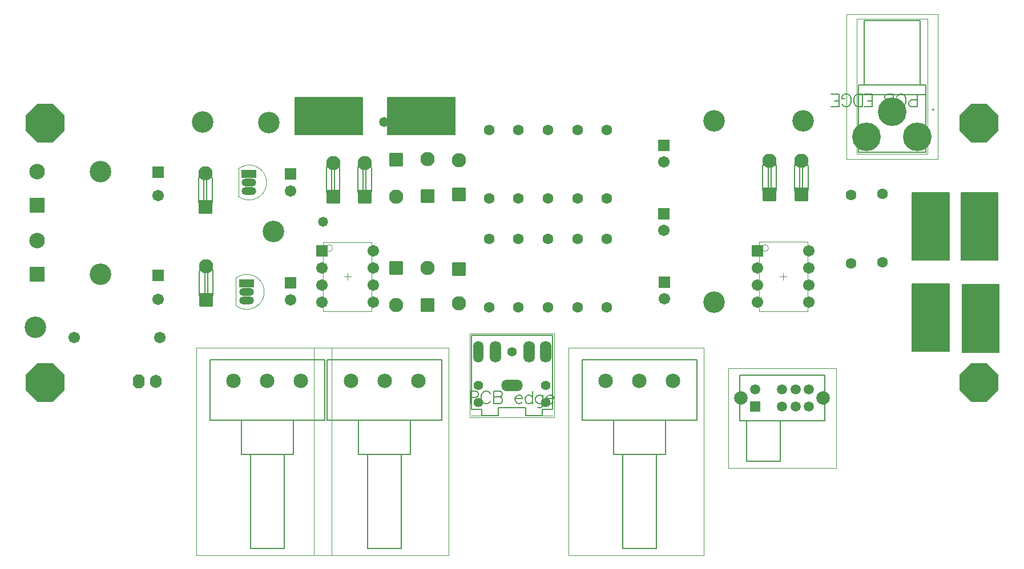
<source format=gbs>
G04*
G04 #@! TF.GenerationSoftware,Altium Limited,Altium Designer,18.0.7 (293)*
G04*
G04 Layer_Color=16711935*
%FSLAX25Y25*%
%MOIN*%
G70*
G01*
G75*
%ADD10C,0.00500*%
%ADD11C,0.00787*%
%ADD12C,0.00600*%
%ADD19C,0.00394*%
%ADD21C,0.00000*%
%ADD22C,0.00000*%
%ADD23C,0.00781*%
%ADD24C,0.00300*%
%ADD25C,0.00197*%
%ADD26R,0.05918X0.05918*%
%ADD27C,0.05918*%
%ADD28C,0.07887*%
%ADD29C,0.08300*%
G04:AMPARAMS|DCode=30|XSize=83mil|YSize=83mil|CornerRadius=13.38mil|HoleSize=0mil|Usage=FLASHONLY|Rotation=90.000|XOffset=0mil|YOffset=0mil|HoleType=Round|Shape=RoundedRectangle|*
%AMROUNDEDRECTD30*
21,1,0.08300,0.05625,0,0,90.0*
21,1,0.05625,0.08300,0,0,90.0*
1,1,0.02675,0.02813,0.02813*
1,1,0.02675,0.02813,-0.02813*
1,1,0.02675,-0.02813,-0.02813*
1,1,0.02675,-0.02813,0.02813*
%
%ADD30ROUNDEDRECTD30*%
%ADD31C,0.12611*%
%ADD32R,0.06706X0.06706*%
%ADD33C,0.06706*%
%ADD34C,0.08477*%
%ADD35C,0.06000*%
%ADD36R,0.06000X0.06000*%
%ADD37O,0.06800X0.07800*%
G04:AMPARAMS|DCode=38|XSize=68mil|YSize=78mil|CornerRadius=0mil|HoleSize=0mil|Usage=FLASHONLY|Rotation=180.000|XOffset=0mil|YOffset=0mil|HoleType=Round|Shape=Octagon|*
%AMOCTAGOND38*
4,1,8,0.01700,-0.03900,-0.01700,-0.03900,-0.03400,-0.02200,-0.03400,0.02200,-0.01700,0.03900,0.01700,0.03900,0.03400,0.02200,0.03400,-0.02200,0.01700,-0.03900,0.0*
%
%ADD38OCTAGOND38*%

%ADD39P,0.24304X8X22.5*%
%ADD40C,0.16702*%
%ADD41R,0.09068X0.09068*%
%ADD42C,0.09068*%
%ADD43R,0.08674X0.04737*%
%ADD44O,0.08674X0.04737*%
%ADD45C,0.06312*%
%ADD46R,0.06000X0.06000*%
%ADD47C,0.05524*%
%ADD48O,0.05950X0.12674*%
%ADD49O,0.06737X0.12674*%
%ADD50O,0.12674X0.06737*%
%ADD51R,0.06706X0.06706*%
%ADD52C,0.05800*%
G36*
X261926Y167551D02*
X222426D01*
Y189051D01*
X261926D01*
Y167551D01*
D02*
G37*
G36*
X208028D02*
X168528D01*
Y189051D01*
X208028D01*
Y167551D01*
D02*
G37*
G36*
X578913Y94078D02*
X557413D01*
Y133578D01*
X578913D01*
Y94078D01*
D02*
G37*
G36*
X550567Y94078D02*
X529067D01*
Y133578D01*
X550567D01*
Y94078D01*
D02*
G37*
G36*
Y40791D02*
X529067D01*
Y80291D01*
X550567D01*
Y40791D01*
D02*
G37*
G36*
X579602Y40241D02*
X558102D01*
Y79741D01*
X579602D01*
Y40241D01*
D02*
G37*
D10*
X536811Y157283D02*
Y190748D01*
Y196654D01*
X533465D02*
X536811D01*
X500787D02*
X533465D01*
X497441D02*
X500787D01*
X497441Y190748D02*
Y196654D01*
Y157283D02*
Y190748D01*
Y157283D02*
X536811D01*
X533465Y196654D02*
Y234055D01*
X500787D02*
X533465D01*
X500787Y196654D02*
Y234055D01*
X497441Y190748D02*
X536811D01*
Y157283D02*
Y190748D01*
Y196654D01*
X533465D02*
X536811D01*
X500787D02*
X533465D01*
X497441D02*
X500787D01*
X497441Y190748D02*
Y196654D01*
Y157283D02*
Y190748D01*
Y157283D02*
X536811D01*
X533465Y196654D02*
Y234055D01*
X500787D02*
X533465D01*
X500787Y196654D02*
Y234055D01*
X497441Y190748D02*
X536811D01*
X312992Y6988D02*
X318898D01*
X312992Y3051D02*
Y6988D01*
X303150Y3051D02*
X312992D01*
X303150D02*
Y7776D01*
X287402D02*
X303150D01*
X287402Y3051D02*
Y7776D01*
X277559Y3051D02*
X287402D01*
X277559D02*
Y6988D01*
X271654D02*
X277559D01*
X318898D02*
Y50295D01*
X271654D02*
X318898D01*
X271654Y6988D02*
Y50295D01*
X312992Y6988D02*
X318898D01*
X312992Y3051D02*
Y6988D01*
X303150Y3051D02*
X312992D01*
X303150D02*
Y7776D01*
X287402D02*
X303150D01*
X287402Y3051D02*
Y7776D01*
X277559Y3051D02*
X287402D01*
X277559D02*
Y6988D01*
X271654D02*
X277559D01*
X318898D02*
Y50295D01*
X271654D02*
X318898D01*
X271654Y6988D02*
Y50295D01*
X206284Y132387D02*
G03*
X208276Y131331I1976J1321D01*
G01*
X209983Y131330D02*
G03*
X211957Y132367I11J2376D01*
G01*
X208275Y151015D02*
G03*
X206301Y149977I-11J-2376D01*
G01*
X211974Y149958D02*
G03*
X209982Y151014I-1976J-1321D01*
G01*
X205447Y148524D02*
G03*
X205180Y148259I87J-354D01*
G01*
X208330Y148334D02*
G03*
X205447Y148524I-4288J-43031D01*
G01*
X208330Y134011D02*
G03*
X205447Y133820I41749J-654584D01*
G01*
X205180Y134086D02*
G03*
X205447Y133820I357J92D01*
G01*
X209928Y148334D02*
G03*
X212811Y148524I-41797J655314D01*
G01*
X213077Y148259D02*
G03*
X212811Y148524I-357J-92D01*
G01*
X212811Y133820D02*
G03*
X213077Y134086I-87J354D01*
G01*
X209928Y134011D02*
G03*
X212811Y133820I4288J43031D01*
G01*
X208330Y133482D02*
G03*
X207068Y132314I3661J-5218D01*
G01*
X205180Y134086D02*
G03*
X206952Y132314I1772J0D01*
G01*
X213077Y148259D02*
G03*
X211306Y150031I-1772J0D01*
G01*
X206952D02*
G03*
X205180Y148259I0J-1772D01*
G01*
X211306Y132314D02*
G03*
X213077Y134086I0J1772D01*
G01*
X207948Y131330D02*
G03*
X210310Y131330I1181J0D01*
G01*
Y151015D02*
G03*
X207948Y151015I-1181J0D01*
G01*
X187903Y132387D02*
G03*
X189895Y131331I1976J1321D01*
G01*
X191602Y131330D02*
G03*
X193576Y132367I11J2376D01*
G01*
X189894Y151015D02*
G03*
X187920Y149977I-11J-2376D01*
G01*
X193593Y149958D02*
G03*
X191601Y151014I-1976J-1321D01*
G01*
X187066Y148524D02*
G03*
X186799Y148259I87J-354D01*
G01*
X189949Y148334D02*
G03*
X187066Y148524I-4288J-43031D01*
G01*
X189949Y134011D02*
G03*
X187066Y133820I41749J-654584D01*
G01*
X186799Y134086D02*
G03*
X187066Y133820I357J92D01*
G01*
X191547Y148334D02*
G03*
X194430Y148524I-41797J655314D01*
G01*
X194697Y148259D02*
G03*
X194430Y148524I-357J-92D01*
G01*
X194430Y133820D02*
G03*
X194697Y134086I-87J354D01*
G01*
X191547Y134011D02*
G03*
X194430Y133820I4288J43031D01*
G01*
X189949Y133482D02*
G03*
X188688Y132314I3661J-5218D01*
G01*
X186799Y134086D02*
G03*
X188571Y132314I1772J0D01*
G01*
X194697Y148259D02*
G03*
X192925Y150031I-1772J0D01*
G01*
X188571D02*
G03*
X186799Y148259I0J-1772D01*
G01*
X192925Y132314D02*
G03*
X194697Y134086I0J1772D01*
G01*
X189567Y131330D02*
G03*
X191929Y131330I1181J0D01*
G01*
Y151015D02*
G03*
X189567Y151015I-1181J0D01*
G01*
X113297Y126254D02*
G03*
X115289Y125198I1976J1321D01*
G01*
X116996Y125197D02*
G03*
X118970Y126234I11J2376D01*
G01*
X115287Y144882D02*
G03*
X113313Y143844I-11J-2376D01*
G01*
X118987Y143825D02*
G03*
X116995Y144881I-1976J-1321D01*
G01*
X112459Y142391D02*
G03*
X112193Y142126I87J-354D01*
G01*
X115343Y142201D02*
G03*
X112459Y142391I-4288J-43031D01*
G01*
X115343Y127878D02*
G03*
X112459Y127688I41749J-654584D01*
G01*
X112193Y127953D02*
G03*
X112459Y127688I357J92D01*
G01*
X116941Y142201D02*
G03*
X119824Y142391I-41797J655314D01*
G01*
X120090Y142126D02*
G03*
X119824Y142391I-357J-92D01*
G01*
X119824Y127688D02*
G03*
X120090Y127953I-87J354D01*
G01*
X116941Y127878D02*
G03*
X119824Y127688I4288J43031D01*
G01*
X115343Y127349D02*
G03*
X114081Y126181I3661J-5218D01*
G01*
X112193Y127953D02*
G03*
X113965Y126181I1772J0D01*
G01*
X120090Y142126D02*
G03*
X118319Y143898I-1772J0D01*
G01*
X113965D02*
G03*
X112193Y142126I0J-1772D01*
G01*
X118319Y126181D02*
G03*
X120090Y127953I0J1772D01*
G01*
X114961Y125197D02*
G03*
X117323Y125197I1181J0D01*
G01*
Y144882D02*
G03*
X114961Y144882I-1181J0D01*
G01*
X113789Y71923D02*
G03*
X115781Y70867I1976J1321D01*
G01*
X117488Y70866D02*
G03*
X119462Y71904I11J2376D01*
G01*
X115779Y90551D02*
G03*
X113806Y89514I-11J-2376D01*
G01*
X119479Y89494D02*
G03*
X117487Y90550I-1976J-1321D01*
G01*
X112952Y88060D02*
G03*
X112685Y87795I87J-354D01*
G01*
X115835Y87870D02*
G03*
X112952Y88060I-4288J-43031D01*
G01*
X115835Y73547D02*
G03*
X112952Y73357I41749J-654584D01*
G01*
X112685Y73622D02*
G03*
X112952Y73357I357J92D01*
G01*
X117433Y87870D02*
G03*
X120316Y88060I-41797J655314D01*
G01*
X120582Y87795D02*
G03*
X120316Y88060I-357J-92D01*
G01*
X120316Y73357D02*
G03*
X120582Y73622I-87J354D01*
G01*
X117433Y73547D02*
G03*
X120316Y73357I4288J43031D01*
G01*
X115835Y73019D02*
G03*
X114573Y71850I3661J-5218D01*
G01*
X112685Y73622D02*
G03*
X114457Y71850I1772J0D01*
G01*
X120582Y87795D02*
G03*
X118811Y89567I-1772J0D01*
G01*
X114457D02*
G03*
X112685Y87795I0J-1772D01*
G01*
X118811Y71850D02*
G03*
X120582Y73622I0J1772D01*
G01*
X115453Y70866D02*
G03*
X117815Y70866I1181J0D01*
G01*
Y90551D02*
G03*
X115453Y90551I-1181J0D01*
G01*
X461328Y133439D02*
G03*
X463320Y132383I1976J1321D01*
G01*
X465028Y132382D02*
G03*
X467001Y133420I11J2376D01*
G01*
X463319Y152067D02*
G03*
X461345Y151029I-11J-2376D01*
G01*
X467018Y151010D02*
G03*
X465026Y152066I-1976J-1321D01*
G01*
X460491Y149576D02*
G03*
X460225Y149311I87J-354D01*
G01*
X463374Y149386D02*
G03*
X460491Y149576I-4288J-43031D01*
G01*
X463374Y135063D02*
G03*
X460491Y134873I41749J-654584D01*
G01*
X460225Y135138D02*
G03*
X460491Y134873I357J92D01*
G01*
X464972Y149386D02*
G03*
X467856Y149576I-41797J655314D01*
G01*
X468122Y149311D02*
G03*
X467856Y149576I-357J-92D01*
G01*
X467856Y134873D02*
G03*
X468122Y135138I-87J354D01*
G01*
X464972Y135063D02*
G03*
X467856Y134873I4288J43031D01*
G01*
X463374Y134534D02*
G03*
X462113Y133366I3661J-5218D01*
G01*
X460225Y135138D02*
G03*
X461996Y133366I1772J0D01*
G01*
X468122Y149311D02*
G03*
X466350Y151083I-1772J0D01*
G01*
X461996D02*
G03*
X460225Y149311I0J-1772D01*
G01*
X466350Y133366D02*
G03*
X468122Y135138I0J1772D01*
G01*
X462992Y132382D02*
G03*
X465354Y132382I1181J0D01*
G01*
Y152067D02*
G03*
X462992Y152067I-1181J0D01*
G01*
X442824Y133470D02*
G03*
X444816Y132415I1976J1321D01*
G01*
X446524Y132413D02*
G03*
X448498Y133451I11J2376D01*
G01*
X444815Y152098D02*
G03*
X442841Y151061I-11J-2376D01*
G01*
X448514Y151042D02*
G03*
X446522Y152097I-1976J-1321D01*
G01*
X441987Y149608D02*
G03*
X441721Y149343I87J-354D01*
G01*
X444870Y149417D02*
G03*
X441987Y149608I-4288J-43031D01*
G01*
X444870Y135094D02*
G03*
X441987Y134904I41749J-654584D01*
G01*
X441721Y135169D02*
G03*
X441987Y134904I357J92D01*
G01*
X446468Y149417D02*
G03*
X449352Y149608I-41797J655314D01*
G01*
X449618Y149343D02*
G03*
X449352Y149608I-357J-92D01*
G01*
X449352Y134904D02*
G03*
X449618Y135169I-87J354D01*
G01*
X446468Y135094D02*
G03*
X449352Y134904I4288J43031D01*
G01*
X444870Y134566D02*
G03*
X443609Y133398I3661J-5218D01*
G01*
X441721Y135169D02*
G03*
X443492Y133398I1772J0D01*
G01*
X449618Y149343D02*
G03*
X447846Y151114I-1772J0D01*
G01*
X443492D02*
G03*
X441721Y149343I0J-1772D01*
G01*
X447846Y133398D02*
G03*
X449618Y135169I0J1772D01*
G01*
X444488Y132413D02*
G03*
X446850Y132413I1181J0D01*
G01*
Y152098D02*
G03*
X444488Y152098I-1181J0D01*
G01*
X211973Y132385D02*
X211992Y132412D01*
X212051Y132492D01*
X206212Y132487D02*
X206280Y132393D01*
X206284Y132387D01*
X206266Y149932D02*
X206283Y149960D01*
X206207Y149852D02*
X206266Y149932D01*
X211978Y149951D02*
X212046Y149858D01*
X211974Y149958D02*
X211978Y149951D01*
X209928Y148862D02*
X210006Y148874D01*
X210098Y148916D01*
X210197Y148990D01*
X210281Y149072D01*
X210503Y149335D01*
X210690Y149576D01*
X210859Y149781D01*
X211006Y149931D01*
X211107Y150005D01*
X211189Y150031D01*
X207068D02*
X207174Y149991D01*
X207313Y149873D01*
X207497Y149664D01*
X207724Y149374D01*
X207842Y149225D01*
X207978Y149071D01*
X208073Y148980D01*
X208192Y148898D01*
X208269Y148869D01*
X208330Y148862D01*
X211141Y132324D02*
X211189Y132314D01*
X211084Y132353D02*
X211141Y132324D01*
X211019Y132403D02*
X211084Y132353D01*
X210945Y132472D02*
X211019Y132403D01*
X210858Y132566D02*
X210945Y132472D01*
X210761Y132680D02*
X210858Y132566D01*
X210653Y132816D02*
X210761Y132680D01*
X210534Y132970D02*
X210653Y132816D01*
X210416Y133118D02*
X210534Y132970D01*
X210280Y133273D02*
X210416Y133118D01*
X210235Y133319D02*
X210280Y133273D01*
X210185Y133365D02*
X210235Y133319D01*
X210129Y133408D02*
X210185Y133365D01*
X210066Y133447D02*
X210129Y133408D01*
X210029Y133463D02*
X210066Y133447D01*
X209989Y133475D02*
X210029Y133463D01*
X209959Y133480D02*
X209989Y133475D01*
X209928Y133482D02*
X209959Y133480D01*
X208276Y131331D02*
X209983Y131330D01*
X208275Y151015D02*
X209982Y151013D01*
X208330Y133482D02*
Y148862D01*
X205180Y134086D02*
Y148259D01*
X213078Y134086D02*
Y148259D01*
X209928Y133482D02*
Y148862D01*
X208330Y148334D02*
X209928D01*
X208330Y134011D02*
X209928D01*
X208330Y133482D02*
X209928D01*
X208330Y148862D02*
X209928D01*
X206952Y150031D02*
X211306D01*
X206952Y132314D02*
X211306D01*
X193593Y132385D02*
X193611Y132412D01*
X193670Y132492D01*
X187831Y132487D02*
X187899Y132393D01*
X187903Y132387D01*
X187885Y149932D02*
X187902Y149960D01*
X187826Y149852D02*
X187885Y149932D01*
X193597Y149951D02*
X193665Y149858D01*
X193593Y149958D02*
X193597Y149951D01*
X191547Y148862D02*
X191625Y148874D01*
X191717Y148916D01*
X191816Y148990D01*
X191901Y149072D01*
X192122Y149335D01*
X192309Y149576D01*
X192478Y149781D01*
X192625Y149931D01*
X192726Y150005D01*
X192808Y150031D01*
X188688D02*
X188793Y149991D01*
X188932Y149873D01*
X189116Y149664D01*
X189343Y149374D01*
X189461Y149225D01*
X189597Y149071D01*
X189692Y148980D01*
X189811Y148898D01*
X189888Y148869D01*
X189949Y148862D01*
X192760Y132324D02*
X192808Y132314D01*
X192703Y132353D02*
X192760Y132324D01*
X192638Y132403D02*
X192703Y132353D01*
X192564Y132472D02*
X192638Y132403D01*
X192477Y132566D02*
X192564Y132472D01*
X192380Y132680D02*
X192477Y132566D01*
X192272Y132816D02*
X192380Y132680D01*
X192153Y132970D02*
X192272Y132816D01*
X192035Y133118D02*
X192153Y132970D01*
X191899Y133273D02*
X192035Y133118D01*
X191854Y133319D02*
X191899Y133273D01*
X191804Y133365D02*
X191854Y133319D01*
X191749Y133408D02*
X191804Y133365D01*
X191685Y133447D02*
X191749Y133408D01*
X191648Y133463D02*
X191685Y133447D01*
X191608Y133475D02*
X191648Y133463D01*
X191578Y133480D02*
X191608Y133475D01*
X191547Y133482D02*
X191578Y133480D01*
X189895Y131331D02*
X191602Y131330D01*
X189894Y151015D02*
X191601Y151013D01*
X189949Y133482D02*
Y148862D01*
X186799Y134086D02*
Y148259D01*
X194697Y134086D02*
Y148259D01*
X191547Y133482D02*
Y148862D01*
X189949Y148334D02*
X191547D01*
X189949Y134011D02*
X191547D01*
X189949Y133482D02*
X191547D01*
X189949Y148862D02*
X191547D01*
X188571Y150031D02*
X192925D01*
X188571Y132314D02*
X192925D01*
X118986Y126253D02*
X119004Y126279D01*
X119064Y126360D01*
X113224Y126354D02*
X113292Y126260D01*
X113297Y126254D01*
X113279Y143799D02*
X113296Y143827D01*
X113220Y143719D02*
X113279Y143799D01*
X118991Y143818D02*
X119059Y143725D01*
X118987Y143825D02*
X118991Y143818D01*
X116941Y142729D02*
X117018Y142741D01*
X117110Y142783D01*
X117210Y142857D01*
X117294Y142939D01*
X117515Y143202D01*
X117703Y143443D01*
X117872Y143648D01*
X118019Y143798D01*
X118120Y143872D01*
X118202Y143898D01*
X114081D02*
X114186Y143859D01*
X114326Y143740D01*
X114510Y143531D01*
X114737Y143242D01*
X114855Y143093D01*
X114990Y142938D01*
X115086Y142847D01*
X115205Y142765D01*
X115282Y142736D01*
X115343Y142729D01*
X118154Y126191D02*
X118202Y126181D01*
X118097Y126220D02*
X118154Y126191D01*
X118031Y126270D02*
X118097Y126220D01*
X117958Y126339D02*
X118031Y126270D01*
X117870Y126433D02*
X117958Y126339D01*
X117774Y126548D02*
X117870Y126433D01*
X117666Y126683D02*
X117774Y126548D01*
X117546Y126837D02*
X117666Y126683D01*
X117429Y126985D02*
X117546Y126837D01*
X117293Y127140D02*
X117429Y126985D01*
X117247Y127187D02*
X117293Y127140D01*
X117198Y127232D02*
X117247Y127187D01*
X117142Y127275D02*
X117198Y127232D01*
X117079Y127314D02*
X117142Y127275D01*
X117042Y127330D02*
X117079Y127314D01*
X117002Y127342D02*
X117042Y127330D01*
X116972Y127348D02*
X117002Y127342D01*
X116941Y127349D02*
X116972Y127348D01*
X115289Y125198D02*
X116996Y125197D01*
X115287Y144882D02*
X116995Y144881D01*
X115343Y127349D02*
Y142729D01*
X112193Y127953D02*
Y142126D01*
X120090Y127953D02*
Y142126D01*
X116941Y127349D02*
Y142729D01*
X115343Y142201D02*
X116941D01*
X115343Y127878D02*
X116941D01*
X115343Y127349D02*
X116941D01*
X115343Y142729D02*
X116941D01*
X113965Y143898D02*
X118319D01*
X113965Y126181D02*
X118319D01*
X119478Y71922D02*
X119497Y71949D01*
X119556Y72029D01*
X113717Y72023D02*
X113785Y71930D01*
X113789Y71923D01*
X113771Y89469D02*
X113788Y89496D01*
X113712Y89388D02*
X113771Y89469D01*
X119483Y89488D02*
X119551Y89394D01*
X119479Y89494D02*
X119483Y89488D01*
X117433Y88399D02*
X117510Y88410D01*
X117602Y88452D01*
X117702Y88526D01*
X117786Y88609D01*
X118008Y88871D01*
X118195Y89112D01*
X118364Y89317D01*
X118511Y89467D01*
X118612Y89541D01*
X118694Y89567D01*
X114573D02*
X114679Y89528D01*
X114818Y89409D01*
X115002Y89201D01*
X115229Y88911D01*
X115347Y88762D01*
X115483Y88608D01*
X115578Y88516D01*
X115697Y88434D01*
X115774Y88406D01*
X115835Y88399D01*
X118646Y71860D02*
X118694Y71850D01*
X118589Y71890D02*
X118646Y71860D01*
X118524Y71939D02*
X118589Y71890D01*
X118450Y72008D02*
X118524Y71939D01*
X118363Y72102D02*
X118450Y72008D01*
X118266Y72217D02*
X118363Y72102D01*
X118158Y72353D02*
X118266Y72217D01*
X118038Y72507D02*
X118158Y72353D01*
X117921Y72654D02*
X118038Y72507D01*
X117785Y72810D02*
X117921Y72654D01*
X117740Y72856D02*
X117785Y72810D01*
X117690Y72901D02*
X117740Y72856D01*
X117634Y72944D02*
X117690Y72901D01*
X117571Y72983D02*
X117634Y72944D01*
X117534Y72999D02*
X117571Y72983D01*
X117494Y73012D02*
X117534Y72999D01*
X117464Y73017D02*
X117494Y73012D01*
X117433Y73019D02*
X117464Y73017D01*
X115781Y70867D02*
X117488Y70866D01*
X115779Y90551D02*
X117487Y90550D01*
X115835Y73019D02*
Y88399D01*
X112685Y73622D02*
Y87795D01*
X120582Y73622D02*
Y87795D01*
X117433Y73019D02*
Y88399D01*
X115835Y87870D02*
X117433D01*
X115835Y73547D02*
X117433D01*
X115835Y73019D02*
X117433D01*
X115835Y88399D02*
X117433D01*
X114457Y89567D02*
X118811D01*
X114457Y71850D02*
X118811D01*
X467018Y133438D02*
X467036Y133464D01*
X467095Y133545D01*
X461256Y133539D02*
X461324Y133445D01*
X461328Y133439D01*
X461311Y150984D02*
X461328Y151012D01*
X461251Y150904D02*
X461311Y150984D01*
X467023Y151004D02*
X467091Y150910D01*
X467018Y151010D02*
X467023Y151004D01*
X464972Y149914D02*
X465050Y149926D01*
X465142Y149968D01*
X465241Y150042D01*
X465326Y150124D01*
X465547Y150387D01*
X465735Y150628D01*
X465904Y150833D01*
X466051Y150983D01*
X466151Y151057D01*
X466234Y151083D01*
X462113D02*
X462218Y151044D01*
X462357Y150925D01*
X462541Y150716D01*
X462769Y150427D01*
X462887Y150278D01*
X463022Y150123D01*
X463117Y150032D01*
X463236Y149950D01*
X463313Y149921D01*
X463374Y149914D01*
X466185Y133376D02*
X466234Y133366D01*
X466129Y133405D02*
X466185Y133376D01*
X466063Y133455D02*
X466129Y133405D01*
X465989Y133524D02*
X466063Y133455D01*
X465902Y133618D02*
X465989Y133524D01*
X465805Y133733D02*
X465902Y133618D01*
X465697Y133869D02*
X465805Y133733D01*
X465578Y134022D02*
X465697Y133869D01*
X465460Y134170D02*
X465578Y134022D01*
X465325Y134326D02*
X465460Y134170D01*
X465279Y134372D02*
X465325Y134326D01*
X465229Y134417D02*
X465279Y134372D01*
X465174Y134460D02*
X465229Y134417D01*
X465110Y134499D02*
X465174Y134460D01*
X465073Y134515D02*
X465110Y134499D01*
X465033Y134527D02*
X465073Y134515D01*
X465003Y134533D02*
X465033Y134527D01*
X464972Y134534D02*
X465003Y134533D01*
X463320Y132383D02*
X465028Y132382D01*
X463319Y152067D02*
X465026Y152066D01*
X463374Y134534D02*
Y149914D01*
X460225Y135138D02*
Y149311D01*
X468122Y135138D02*
Y149311D01*
X464972Y134534D02*
Y149914D01*
X463374Y149386D02*
X464972D01*
X463374Y135063D02*
X464972D01*
X463374Y134534D02*
X464972D01*
X463374Y149914D02*
X464972D01*
X461996Y151083D02*
X466350D01*
X461996Y133366D02*
X466350D01*
X448514Y133469D02*
X448532Y133496D01*
X448591Y133576D01*
X442752Y133571D02*
X442820Y133477D01*
X442824Y133470D01*
X442807Y151016D02*
X442824Y151044D01*
X442747Y150936D02*
X442807Y151016D01*
X448519Y151035D02*
X448587Y150941D01*
X448514Y151042D02*
X448519Y151035D01*
X446468Y149946D02*
X446546Y149957D01*
X446638Y149999D01*
X446738Y150073D01*
X446822Y150156D01*
X447043Y150419D01*
X447231Y150659D01*
X447400Y150864D01*
X447547Y151015D01*
X447647Y151089D01*
X447730Y151114D01*
X443609D02*
X443714Y151075D01*
X443853Y150957D01*
X444037Y150748D01*
X444265Y150458D01*
X444383Y150309D01*
X444518Y150155D01*
X444613Y150064D01*
X444732Y149982D01*
X444809Y149953D01*
X444870Y149946D01*
X447681Y133407D02*
X447730Y133398D01*
X447625Y133437D02*
X447681Y133407D01*
X447559Y133486D02*
X447625Y133437D01*
X447485Y133555D02*
X447559Y133486D01*
X447398Y133649D02*
X447485Y133555D01*
X447301Y133764D02*
X447398Y133649D01*
X447193Y133900D02*
X447301Y133764D01*
X447074Y134054D02*
X447193Y133900D01*
X446956Y134202D02*
X447074Y134054D01*
X446821Y134357D02*
X446956Y134202D01*
X446775Y134403D02*
X446821Y134357D01*
X446725Y134448D02*
X446775Y134403D01*
X446670Y134492D02*
X446725Y134448D01*
X446606Y134530D02*
X446670Y134492D01*
X446569Y134547D02*
X446606Y134530D01*
X446529Y134559D02*
X446569Y134547D01*
X446499Y134564D02*
X446529Y134559D01*
X446468Y134566D02*
X446499Y134564D01*
X444816Y132415D02*
X446524Y132413D01*
X444815Y152098D02*
X446522Y152097D01*
X444870Y134566D02*
Y149946D01*
X441721Y135169D02*
Y149343D01*
X449618Y135169D02*
Y149343D01*
X446468Y134566D02*
Y149946D01*
X444870Y149417D02*
X446468D01*
X444870Y135094D02*
X446468D01*
X444870Y134566D02*
X446468D01*
X444870Y149946D02*
X446468D01*
X443492Y151114D02*
X447846D01*
X443492Y133398D02*
X447846D01*
D11*
X541575Y182087D02*
G03*
X541575Y182087I-394J0D01*
G01*
D02*
G03*
X541575Y182087I-394J0D01*
G01*
X428189Y26870D02*
X477795D01*
Y98D02*
Y26870D01*
X428189Y98D02*
X477795D01*
X428189D02*
Y26870D01*
X451811Y-23524D02*
Y98D01*
X432126Y-23524D02*
X451811D01*
X432126D02*
Y98D01*
X118898Y35827D02*
X185827D01*
Y394D02*
Y35827D01*
X118898Y394D02*
X185827D01*
X118898D02*
Y35827D01*
X137205Y-19606D02*
Y394D01*
Y-19606D02*
X167520D01*
Y394D01*
X142520Y-74409D02*
Y-19606D01*
Y-74409D02*
X162205D01*
Y-19606D01*
X336220Y35827D02*
X403150D01*
Y394D02*
Y35827D01*
X336220Y394D02*
X403150D01*
X336220D02*
Y35827D01*
X354528Y-19606D02*
Y394D01*
Y-19606D02*
X384843D01*
Y394D01*
X359843Y-74409D02*
Y-19606D01*
Y-74409D02*
X379528D01*
Y-19606D01*
X187402Y35827D02*
X254331D01*
Y394D02*
Y35827D01*
X187402Y394D02*
X254331D01*
X187402D02*
Y35827D01*
X205709Y-19606D02*
Y394D01*
Y-19606D02*
X236024D01*
Y394D01*
X211024Y-74409D02*
Y-19606D01*
Y-74409D02*
X230709D01*
Y-19606D01*
X497441Y157283D02*
X536811D01*
X497441D02*
Y196654D01*
X536811D01*
Y157283D02*
Y196654D01*
X533465D02*
Y234055D01*
X500787D02*
X533465D01*
X500787Y196654D02*
Y234055D01*
D12*
X222426Y189051D02*
X261926D01*
X222426Y167551D02*
Y189051D01*
Y167551D02*
X261926D01*
Y189051D01*
X168528D02*
X208028D01*
X168528Y167551D02*
Y189051D01*
Y167551D02*
X208028D01*
Y189051D01*
X529067Y94078D02*
X550567D01*
X529067D02*
Y133578D01*
X550567D01*
Y94078D02*
Y133578D01*
X557413Y94078D02*
X578913D01*
X557413D02*
Y133578D01*
X578913D01*
Y94078D02*
Y133578D01*
X529067Y40791D02*
X550567D01*
X529067D02*
Y80291D01*
X550567D01*
Y40791D02*
Y80291D01*
X558102Y40241D02*
X579602D01*
X558102D02*
Y79741D01*
X579602D01*
Y40241D02*
Y79741D01*
D19*
X135430Y131402D02*
G03*
X135430Y147535I6302J8066D01*
G01*
X134052Y67524D02*
G03*
X134052Y83657I6302J8066D01*
G01*
X190453Y101150D02*
G03*
X190453Y101150I-1969J0D01*
G01*
X444980Y101181D02*
G03*
X444980Y101181I-1969J0D01*
G01*
X135433Y131402D02*
Y147535D01*
X134055Y67524D02*
Y83657D01*
X184941Y64142D02*
X213287D01*
X184941Y104693D02*
X213287D01*
Y64142D02*
Y104693D01*
X184941Y64142D02*
Y104693D01*
X439469Y64173D02*
X467815D01*
X439469Y104724D02*
X467815D01*
Y64173D02*
Y104724D01*
X439469Y64173D02*
Y104724D01*
X421496Y30807D02*
X484488D01*
Y-27461D02*
Y30807D01*
X421496Y-27461D02*
X484488D01*
X421496D02*
Y30807D01*
X111024Y42913D02*
X189764D01*
Y-78346D02*
Y42913D01*
X111024Y-78346D02*
X189764D01*
X111024D02*
Y42913D01*
X328346D02*
X407087D01*
Y-78346D02*
Y42913D01*
X328346Y-78346D02*
X407087D01*
X328346D02*
Y42913D01*
X179528D02*
X258268D01*
Y-78346D02*
Y42913D01*
X179528Y-78346D02*
X258268D01*
X179528D02*
Y42913D01*
X490476Y153346D02*
X543776D01*
X490476D02*
Y237992D01*
X543776D01*
Y153346D02*
Y237992D01*
X139764Y139469D02*
X143701D01*
X141732Y137500D02*
Y141437D01*
X138386Y75591D02*
X142323D01*
X140354Y73622D02*
Y77559D01*
X199114Y82449D02*
Y86386D01*
X197146Y84417D02*
X201083D01*
X453642Y82480D02*
Y86417D01*
X451673Y84449D02*
X455610D01*
D21*
X533858Y161417D02*
Y171260D01*
X529921D02*
X533858D01*
X529921Y161417D02*
Y171260D01*
Y161417D02*
X533858D01*
X504331D02*
Y171260D01*
X500394D02*
X504331D01*
X500394Y161417D02*
Y171260D01*
Y161417D02*
X504331D01*
X522047Y178346D02*
Y183465D01*
X512205D02*
X522047D01*
X512205Y178346D02*
Y183465D01*
Y178346D02*
X522047D01*
X259926Y173551D02*
G03*
X259926Y173551I-4000J0D01*
G01*
X231476Y186051D02*
G03*
X231476Y186051I-500J0D01*
G01*
X206028Y173551D02*
G03*
X206028Y173551I-4000J0D01*
G01*
X177578Y186051D02*
G03*
X177578Y186051I-500J0D01*
G01*
X548067Y125028D02*
G03*
X548067Y125028I-500J0D01*
G01*
X539067Y100078D02*
G03*
X539067Y100078I-4000J0D01*
G01*
X576413Y125028D02*
G03*
X576413Y125028I-500J0D01*
G01*
X567413Y100078D02*
G03*
X567413Y100078I-4000J0D01*
G01*
X548067Y71741D02*
G03*
X548067Y71741I-500J0D01*
G01*
X539067Y46791D02*
G03*
X539067Y46791I-4000J0D01*
G01*
X577102Y71191D02*
G03*
X577102Y71191I-500J0D01*
G01*
X568102Y46241D02*
G03*
X568102Y46241I-4000J0D01*
G01*
D22*
X316535Y37500D02*
Y43406D01*
X313386D02*
X316535D01*
X313386Y37500D02*
Y43406D01*
Y37500D02*
X316535D01*
X306693D02*
Y43406D01*
X303543D02*
X306693D01*
X303543Y37500D02*
Y43406D01*
Y37500D02*
X306693D01*
X277165D02*
Y43406D01*
X274016D02*
X277165D01*
X274016Y37500D02*
Y43406D01*
Y37500D02*
X277165D01*
X287008D02*
Y43406D01*
X283858D02*
X287008D01*
X283858Y37500D02*
Y43406D01*
Y37500D02*
X287008D01*
X303150Y3051D02*
X318898D01*
X303150D02*
Y7776D01*
X287402D02*
X303150D01*
X287402Y3051D02*
Y7776D01*
X271654Y3051D02*
X287402D01*
X292323Y19193D02*
X298228D01*
Y22343D01*
X292323D02*
X298228D01*
X292323Y19193D02*
Y22343D01*
D23*
X531890Y187706D02*
X528727D01*
X527672Y187355D01*
X527321Y187003D01*
X526969Y186300D01*
Y185246D01*
X527321Y184543D01*
X527672Y184192D01*
X528727Y183840D01*
X531890D01*
Y191220D01*
X520046Y185597D02*
X520398Y184895D01*
X521101Y184192D01*
X521803Y183840D01*
X523209D01*
X523912Y184192D01*
X524615Y184895D01*
X524966Y185597D01*
X525318Y186652D01*
Y188409D01*
X524966Y189463D01*
X524615Y190166D01*
X523912Y190869D01*
X523209Y191220D01*
X521803D01*
X521101Y190869D01*
X520398Y190166D01*
X520046Y189463D01*
X517973Y183840D02*
Y191220D01*
Y183840D02*
X514810D01*
X513755Y184192D01*
X513404Y184543D01*
X513052Y185246D01*
Y185949D01*
X513404Y186652D01*
X513755Y187003D01*
X514810Y187355D01*
X517973D02*
X514810D01*
X513755Y187706D01*
X513404Y188057D01*
X513052Y188760D01*
Y189815D01*
X513404Y190518D01*
X513755Y190869D01*
X514810Y191220D01*
X517973D01*
X501033Y183840D02*
X505602D01*
Y191220D01*
X501033D01*
X505602Y187355D02*
X502790D01*
X499803Y183840D02*
Y191220D01*
Y183840D02*
X497343D01*
X496289Y184192D01*
X495586Y184895D01*
X495234Y185597D01*
X494883Y186652D01*
Y188409D01*
X495234Y189463D01*
X495586Y190166D01*
X496289Y190869D01*
X497343Y191220D01*
X499803D01*
X487959Y185597D02*
X488311Y184895D01*
X489014Y184192D01*
X489717Y183840D01*
X491122D01*
X491825Y184192D01*
X492528Y184895D01*
X492880Y185597D01*
X493231Y186652D01*
Y188409D01*
X492880Y189463D01*
X492528Y190166D01*
X491825Y190869D01*
X491122Y191220D01*
X489717D01*
X489014Y190869D01*
X488311Y190166D01*
X487959Y189463D01*
Y188409D01*
X489717D02*
X487959D01*
X481704Y183840D02*
X486272D01*
Y191220D01*
X481704D01*
X486272Y187355D02*
X483461D01*
X531890Y187706D02*
X528727D01*
X527672Y187355D01*
X527321Y187003D01*
X526969Y186300D01*
Y185246D01*
X527321Y184543D01*
X527672Y184192D01*
X528727Y183840D01*
X531890D01*
Y191220D01*
X520046Y185597D02*
X520398Y184895D01*
X521101Y184192D01*
X521803Y183840D01*
X523209D01*
X523912Y184192D01*
X524615Y184895D01*
X524966Y185597D01*
X525318Y186652D01*
Y188409D01*
X524966Y189463D01*
X524615Y190166D01*
X523912Y190869D01*
X523209Y191220D01*
X521803D01*
X521101Y190869D01*
X520398Y190166D01*
X520046Y189463D01*
X517973Y183840D02*
Y191220D01*
Y183840D02*
X514810D01*
X513755Y184192D01*
X513404Y184543D01*
X513052Y185246D01*
Y185949D01*
X513404Y186652D01*
X513755Y187003D01*
X514810Y187355D01*
X517973D02*
X514810D01*
X513755Y187706D01*
X513404Y188057D01*
X513052Y188760D01*
Y189815D01*
X513404Y190518D01*
X513755Y190869D01*
X514810Y191220D01*
X517973D01*
X501033Y183840D02*
X505602D01*
Y191220D01*
X501033D01*
X505602Y187355D02*
X502790D01*
X499803Y183840D02*
Y191220D01*
Y183840D02*
X497343D01*
X496289Y184192D01*
X495586Y184895D01*
X495234Y185597D01*
X494883Y186652D01*
Y188409D01*
X495234Y189463D01*
X495586Y190166D01*
X496289Y190869D01*
X497343Y191220D01*
X499803D01*
X487959Y185597D02*
X488311Y184895D01*
X489014Y184192D01*
X489717Y183840D01*
X491122D01*
X491825Y184192D01*
X492528Y184895D01*
X492880Y185597D01*
X493231Y186652D01*
Y188409D01*
X492880Y189463D01*
X492528Y190166D01*
X491825Y190869D01*
X491122Y191220D01*
X489717D01*
X489014Y190869D01*
X488311Y190166D01*
X487959Y189463D01*
Y188409D01*
X489717D02*
X487959D01*
X481704Y183840D02*
X486272D01*
Y191220D01*
X481704D01*
X486272Y187355D02*
X483461D01*
X270776Y13782D02*
X273939D01*
X274993Y14134D01*
X275344Y14485D01*
X275696Y15188D01*
Y16242D01*
X275344Y16945D01*
X274993Y17297D01*
X273939Y17648D01*
X270776D01*
Y10268D01*
X282619Y15891D02*
X282268Y16594D01*
X281565Y17297D01*
X280862Y17648D01*
X279456D01*
X278753Y17297D01*
X278050Y16594D01*
X277699Y15891D01*
X277348Y14837D01*
Y13079D01*
X277699Y12025D01*
X278050Y11322D01*
X278753Y10619D01*
X279456Y10268D01*
X280862D01*
X281565Y10619D01*
X282268Y11322D01*
X282619Y12025D01*
X284693Y17648D02*
Y10268D01*
Y17648D02*
X287856D01*
X288910Y17297D01*
X289262Y16945D01*
X289613Y16242D01*
Y15539D01*
X289262Y14837D01*
X288910Y14485D01*
X287856Y14134D01*
X284693D02*
X287856D01*
X288910Y13782D01*
X289262Y13431D01*
X289613Y12728D01*
Y11673D01*
X289262Y10971D01*
X288910Y10619D01*
X287856Y10268D01*
X284693D01*
X297063Y13079D02*
X301281D01*
Y13782D01*
X300929Y14485D01*
X300578Y14837D01*
X299875Y15188D01*
X298821D01*
X298118Y14837D01*
X297415Y14134D01*
X297063Y13079D01*
Y12376D01*
X297415Y11322D01*
X298118Y10619D01*
X298821Y10268D01*
X299875D01*
X300578Y10619D01*
X301281Y11322D01*
X307080Y17648D02*
Y10268D01*
Y14134D02*
X306377Y14837D01*
X305674Y15188D01*
X304620D01*
X303917Y14837D01*
X303214Y14134D01*
X302862Y13079D01*
Y12376D01*
X303214Y11322D01*
X303917Y10619D01*
X304620Y10268D01*
X305674D01*
X306377Y10619D01*
X307080Y11322D01*
X313265Y15188D02*
Y9565D01*
X312914Y8511D01*
X312562Y8159D01*
X311859Y7808D01*
X310805D01*
X310102Y8159D01*
X313265Y14134D02*
X312562Y14837D01*
X311859Y15188D01*
X310805D01*
X310102Y14837D01*
X309399Y14134D01*
X309048Y13079D01*
Y12376D01*
X309399Y11322D01*
X310102Y10619D01*
X310805Y10268D01*
X311859D01*
X312562Y10619D01*
X313265Y11322D01*
X315233Y13079D02*
X319450D01*
Y13782D01*
X319099Y14485D01*
X318748Y14837D01*
X318045Y15188D01*
X316990D01*
X316287Y14837D01*
X315585Y14134D01*
X315233Y13079D01*
Y12376D01*
X315585Y11322D01*
X316287Y10619D01*
X316990Y10268D01*
X318045D01*
X318748Y10619D01*
X319450Y11322D01*
D24*
X158899Y110827D02*
G03*
X158899Y110827I-2994J0D01*
G01*
X416084Y69417D02*
G03*
X416084Y69417I-2994J0D01*
G01*
Y175492D02*
G03*
X416084Y175492I-2994J0D01*
G01*
X468348Y175492D02*
G03*
X468348Y175492I-2994J0D01*
G01*
X156340Y174606D02*
G03*
X156340Y174606I-2994J0D01*
G01*
X117561Y175000D02*
G03*
X117561Y175000I-2994J0D01*
G01*
X58013Y145965D02*
G03*
X58013Y145965I-2994J0D01*
G01*
Y85905D02*
G03*
X58013Y85905I-2994J0D01*
G01*
X19825Y55020D02*
G03*
X19825Y55020I-2994J0D01*
G01*
D25*
X537795Y156299D02*
Y235039D01*
X496457D02*
X537795D01*
X496457Y156299D02*
Y235039D01*
Y156299D02*
X537795D01*
X270669Y2067D02*
Y51280D01*
Y2067D02*
X319882D01*
Y51280D01*
X270669D02*
X319882D01*
D26*
X437244Y8563D02*
D03*
D27*
X452992D02*
D03*
X460866D02*
D03*
X468740D02*
D03*
X437244Y18406D02*
D03*
X452992D02*
D03*
X460866D02*
D03*
X468740D02*
D03*
D28*
X428976Y13484D02*
D03*
X477008D02*
D03*
D29*
X209129Y151015D02*
D03*
X190748D02*
D03*
X227510Y131330D02*
D03*
X245891Y153082D02*
D03*
X264272Y152452D02*
D03*
X116142Y144882D02*
D03*
X116634Y90551D02*
D03*
X464173Y152067D02*
D03*
X445669Y152098D02*
D03*
X264272Y68775D02*
D03*
X227510Y67936D02*
D03*
X245891Y89688D02*
D03*
D30*
X209129Y131330D02*
D03*
X190748D02*
D03*
X227510Y152983D02*
D03*
X245891Y131428D02*
D03*
X264272Y132452D02*
D03*
X116142Y125197D02*
D03*
X116634Y70866D02*
D03*
X464173Y132382D02*
D03*
X445669Y132413D02*
D03*
X264272Y88775D02*
D03*
X227510Y89590D02*
D03*
X245891Y68034D02*
D03*
D31*
X155906Y110827D02*
D03*
X413091Y69417D02*
D03*
Y175492D02*
D03*
X465354D02*
D03*
X153346Y174606D02*
D03*
X114567Y175000D02*
D03*
X55020Y145965D02*
D03*
Y85906D02*
D03*
X16831Y55020D02*
D03*
D32*
X384350Y81321D02*
D03*
X383957Y161319D02*
D03*
Y121320D02*
D03*
X165945Y80866D02*
D03*
X88583Y145571D02*
D03*
Y85138D02*
D03*
X165945Y144469D02*
D03*
D33*
X384350Y71478D02*
D03*
X383957Y151476D02*
D03*
Y111477D02*
D03*
X165945Y70866D02*
D03*
X89665Y48819D02*
D03*
X39665D02*
D03*
X88583Y131791D02*
D03*
Y71358D02*
D03*
X165945Y134469D02*
D03*
X214114Y69417D02*
D03*
Y79417D02*
D03*
Y89417D02*
D03*
Y99417D02*
D03*
X184114Y69417D02*
D03*
Y79417D02*
D03*
Y89417D02*
D03*
X468642Y69449D02*
D03*
Y79449D02*
D03*
Y89449D02*
D03*
Y99449D02*
D03*
X438642Y69449D02*
D03*
Y79449D02*
D03*
Y89449D02*
D03*
D34*
X132677Y23622D02*
D03*
X152362D02*
D03*
X172047D02*
D03*
X350000D02*
D03*
X369685D02*
D03*
X389370D02*
D03*
X201181D02*
D03*
X220866D02*
D03*
X240551D02*
D03*
D35*
X232126Y178051D02*
D03*
X242126D02*
D03*
X178228D02*
D03*
X188228D02*
D03*
X539567Y113878D02*
D03*
Y123878D02*
D03*
X567913Y113878D02*
D03*
Y123878D02*
D03*
X539567Y60591D02*
D03*
Y70591D02*
D03*
X568602Y60041D02*
D03*
Y70041D02*
D03*
D36*
X252126Y178051D02*
D03*
X198228D02*
D03*
D37*
X87205Y23130D02*
D03*
D38*
X77205D02*
D03*
D39*
X567913Y174213D02*
D03*
X22638D02*
D03*
X567913Y22638D02*
D03*
X22638D02*
D03*
D40*
X517126Y180906D02*
D03*
X531890Y166339D02*
D03*
X502362D02*
D03*
D41*
X17913Y85906D02*
D03*
Y126280D02*
D03*
D42*
Y105591D02*
D03*
Y145965D02*
D03*
D43*
X141732Y144469D02*
D03*
X140354Y80591D02*
D03*
D44*
X141732Y139469D02*
D03*
Y134469D02*
D03*
X140354Y75591D02*
D03*
Y70591D02*
D03*
D45*
X299065Y106696D02*
D03*
Y66696D02*
D03*
X333415Y130299D02*
D03*
Y170299D02*
D03*
X350591D02*
D03*
Y130299D02*
D03*
X333415Y66696D02*
D03*
Y106696D02*
D03*
X281890Y130299D02*
D03*
Y170299D02*
D03*
X350591Y106696D02*
D03*
Y66696D02*
D03*
X511614Y92795D02*
D03*
Y132795D02*
D03*
X281890Y106696D02*
D03*
Y66696D02*
D03*
X493110Y132205D02*
D03*
Y92205D02*
D03*
X316240Y106696D02*
D03*
Y66696D02*
D03*
X299065Y170299D02*
D03*
Y130299D02*
D03*
X316240Y170299D02*
D03*
Y130299D02*
D03*
D46*
X539567Y103878D02*
D03*
X567913D02*
D03*
X539567Y50591D02*
D03*
X568602Y50041D02*
D03*
D47*
X314961Y20768D02*
D03*
Y10925D02*
D03*
X295276Y40453D02*
D03*
X275591Y20768D02*
D03*
Y10925D02*
D03*
D48*
Y40453D02*
D03*
D49*
X285433D02*
D03*
X305118D02*
D03*
X314961D02*
D03*
D50*
X295276Y20768D02*
D03*
D51*
X184114Y99417D02*
D03*
X438642Y99449D02*
D03*
D52*
X185039Y116437D02*
D03*
X220500Y175000D02*
D03*
M02*

</source>
